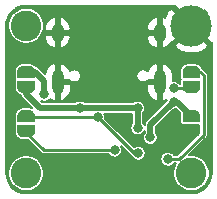
<source format=gbl>
G04 #@! TF.GenerationSoftware,KiCad,Pcbnew,(5.1.10-1-10_14)*
G04 #@! TF.CreationDate,2021-11-29T20:50:22+01:00*
G04 #@! TF.ProjectId,Unified-Daughterboard,556e6966-6965-4642-9d44-617567687465,C3*
G04 #@! TF.SameCoordinates,Original*
G04 #@! TF.FileFunction,Copper,L2,Bot*
G04 #@! TF.FilePolarity,Positive*
%FSLAX46Y46*%
G04 Gerber Fmt 4.6, Leading zero omitted, Abs format (unit mm)*
G04 Created by KiCad (PCBNEW (5.1.10-1-10_14)) date 2021-11-29 20:50:22*
%MOMM*%
%LPD*%
G01*
G04 APERTURE LIST*
G04 #@! TA.AperFunction,ComponentPad*
%ADD10C,2.600000*%
G04 #@! TD*
G04 #@! TA.AperFunction,ComponentPad*
%ADD11C,3.500000*%
G04 #@! TD*
G04 #@! TA.AperFunction,ComponentPad*
%ADD12O,1.000000X1.600000*%
G04 #@! TD*
G04 #@! TA.AperFunction,ComponentPad*
%ADD13O,1.000000X2.100000*%
G04 #@! TD*
G04 #@! TA.AperFunction,SMDPad,CuDef*
%ADD14C,0.100000*%
G04 #@! TD*
G04 #@! TA.AperFunction,ViaPad*
%ADD15C,0.800000*%
G04 #@! TD*
G04 #@! TA.AperFunction,Conductor*
%ADD16C,0.508000*%
G04 #@! TD*
G04 #@! TA.AperFunction,Conductor*
%ADD17C,0.254000*%
G04 #@! TD*
G04 #@! TA.AperFunction,Conductor*
%ADD18C,0.152400*%
G04 #@! TD*
G04 #@! TA.AperFunction,Conductor*
%ADD19C,0.100000*%
G04 #@! TD*
G04 APERTURE END LIST*
D10*
X82004500Y-71043000D03*
X68004500Y-71043000D03*
D11*
X82004500Y-58543000D03*
D10*
X68004500Y-58543000D03*
D12*
X70677500Y-59143000D03*
X79317500Y-59143000D03*
D13*
X79317500Y-63323000D03*
X70677500Y-63323000D03*
G04 #@! TA.AperFunction,SMDPad,CuDef*
D14*
G36*
X81252500Y-62943000D02*
G01*
X81252500Y-62443000D01*
X81253102Y-62443000D01*
X81253102Y-62418466D01*
X81257912Y-62369635D01*
X81267484Y-62321510D01*
X81281728Y-62274555D01*
X81300505Y-62229222D01*
X81323636Y-62185949D01*
X81350896Y-62145150D01*
X81382024Y-62107221D01*
X81416721Y-62072524D01*
X81454650Y-62041396D01*
X81495449Y-62014136D01*
X81538722Y-61991005D01*
X81584055Y-61972228D01*
X81631010Y-61957984D01*
X81679135Y-61948412D01*
X81727966Y-61943602D01*
X81752500Y-61943602D01*
X81752500Y-61943000D01*
X82252500Y-61943000D01*
X82252500Y-61943602D01*
X82277034Y-61943602D01*
X82325865Y-61948412D01*
X82373990Y-61957984D01*
X82420945Y-61972228D01*
X82466278Y-61991005D01*
X82509551Y-62014136D01*
X82550350Y-62041396D01*
X82588279Y-62072524D01*
X82622976Y-62107221D01*
X82654104Y-62145150D01*
X82681364Y-62185949D01*
X82704495Y-62229222D01*
X82723272Y-62274555D01*
X82737516Y-62321510D01*
X82747088Y-62369635D01*
X82751898Y-62418466D01*
X82751898Y-62443000D01*
X82752500Y-62443000D01*
X82752500Y-62943000D01*
X81252500Y-62943000D01*
G37*
G04 #@! TD.AperFunction*
G04 #@! TA.AperFunction,SMDPad,CuDef*
G36*
X82751898Y-63743000D02*
G01*
X82751898Y-63767534D01*
X82747088Y-63816365D01*
X82737516Y-63864490D01*
X82723272Y-63911445D01*
X82704495Y-63956778D01*
X82681364Y-64000051D01*
X82654104Y-64040850D01*
X82622976Y-64078779D01*
X82588279Y-64113476D01*
X82550350Y-64144604D01*
X82509551Y-64171864D01*
X82466278Y-64194995D01*
X82420945Y-64213772D01*
X82373990Y-64228016D01*
X82325865Y-64237588D01*
X82277034Y-64242398D01*
X82252500Y-64242398D01*
X82252500Y-64243000D01*
X81752500Y-64243000D01*
X81752500Y-64242398D01*
X81727966Y-64242398D01*
X81679135Y-64237588D01*
X81631010Y-64228016D01*
X81584055Y-64213772D01*
X81538722Y-64194995D01*
X81495449Y-64171864D01*
X81454650Y-64144604D01*
X81416721Y-64113476D01*
X81382024Y-64078779D01*
X81350896Y-64040850D01*
X81323636Y-64000051D01*
X81300505Y-63956778D01*
X81281728Y-63911445D01*
X81267484Y-63864490D01*
X81257912Y-63816365D01*
X81253102Y-63767534D01*
X81253102Y-63743000D01*
X81252500Y-63743000D01*
X81252500Y-63243000D01*
X82752500Y-63243000D01*
X82752500Y-63743000D01*
X82751898Y-63743000D01*
G37*
G04 #@! TD.AperFunction*
G04 #@! TA.AperFunction,SMDPad,CuDef*
G36*
X67253102Y-66193000D02*
G01*
X67253102Y-66168466D01*
X67257912Y-66119635D01*
X67267484Y-66071510D01*
X67281728Y-66024555D01*
X67300505Y-65979222D01*
X67323636Y-65935949D01*
X67350896Y-65895150D01*
X67382024Y-65857221D01*
X67416721Y-65822524D01*
X67454650Y-65791396D01*
X67495449Y-65764136D01*
X67538722Y-65741005D01*
X67584055Y-65722228D01*
X67631010Y-65707984D01*
X67679135Y-65698412D01*
X67727966Y-65693602D01*
X67752500Y-65693602D01*
X67752500Y-65693000D01*
X68252500Y-65693000D01*
X68252500Y-65693602D01*
X68277034Y-65693602D01*
X68325865Y-65698412D01*
X68373990Y-65707984D01*
X68420945Y-65722228D01*
X68466278Y-65741005D01*
X68509551Y-65764136D01*
X68550350Y-65791396D01*
X68588279Y-65822524D01*
X68622976Y-65857221D01*
X68654104Y-65895150D01*
X68681364Y-65935949D01*
X68704495Y-65979222D01*
X68723272Y-66024555D01*
X68737516Y-66071510D01*
X68747088Y-66119635D01*
X68751898Y-66168466D01*
X68751898Y-66193000D01*
X68752500Y-66193000D01*
X68752500Y-66693000D01*
X67252500Y-66693000D01*
X67252500Y-66193000D01*
X67253102Y-66193000D01*
G37*
G04 #@! TD.AperFunction*
G04 #@! TA.AperFunction,SMDPad,CuDef*
G36*
X68752500Y-66993000D02*
G01*
X68752500Y-67493000D01*
X68751898Y-67493000D01*
X68751898Y-67517534D01*
X68747088Y-67566365D01*
X68737516Y-67614490D01*
X68723272Y-67661445D01*
X68704495Y-67706778D01*
X68681364Y-67750051D01*
X68654104Y-67790850D01*
X68622976Y-67828779D01*
X68588279Y-67863476D01*
X68550350Y-67894604D01*
X68509551Y-67921864D01*
X68466278Y-67944995D01*
X68420945Y-67963772D01*
X68373990Y-67978016D01*
X68325865Y-67987588D01*
X68277034Y-67992398D01*
X68252500Y-67992398D01*
X68252500Y-67993000D01*
X67752500Y-67993000D01*
X67752500Y-67992398D01*
X67727966Y-67992398D01*
X67679135Y-67987588D01*
X67631010Y-67978016D01*
X67584055Y-67963772D01*
X67538722Y-67944995D01*
X67495449Y-67921864D01*
X67454650Y-67894604D01*
X67416721Y-67863476D01*
X67382024Y-67828779D01*
X67350896Y-67790850D01*
X67323636Y-67750051D01*
X67300505Y-67706778D01*
X67281728Y-67661445D01*
X67267484Y-67614490D01*
X67257912Y-67566365D01*
X67253102Y-67517534D01*
X67253102Y-67493000D01*
X67252500Y-67493000D01*
X67252500Y-66993000D01*
X68752500Y-66993000D01*
G37*
G04 #@! TD.AperFunction*
G04 #@! TA.AperFunction,SMDPad,CuDef*
G36*
X68752500Y-63243000D02*
G01*
X68752500Y-63743000D01*
X68751898Y-63743000D01*
X68751898Y-63767534D01*
X68747088Y-63816365D01*
X68737516Y-63864490D01*
X68723272Y-63911445D01*
X68704495Y-63956778D01*
X68681364Y-64000051D01*
X68654104Y-64040850D01*
X68622976Y-64078779D01*
X68588279Y-64113476D01*
X68550350Y-64144604D01*
X68509551Y-64171864D01*
X68466278Y-64194995D01*
X68420945Y-64213772D01*
X68373990Y-64228016D01*
X68325865Y-64237588D01*
X68277034Y-64242398D01*
X68252500Y-64242398D01*
X68252500Y-64243000D01*
X67752500Y-64243000D01*
X67752500Y-64242398D01*
X67727966Y-64242398D01*
X67679135Y-64237588D01*
X67631010Y-64228016D01*
X67584055Y-64213772D01*
X67538722Y-64194995D01*
X67495449Y-64171864D01*
X67454650Y-64144604D01*
X67416721Y-64113476D01*
X67382024Y-64078779D01*
X67350896Y-64040850D01*
X67323636Y-64000051D01*
X67300505Y-63956778D01*
X67281728Y-63911445D01*
X67267484Y-63864490D01*
X67257912Y-63816365D01*
X67253102Y-63767534D01*
X67253102Y-63743000D01*
X67252500Y-63743000D01*
X67252500Y-63243000D01*
X68752500Y-63243000D01*
G37*
G04 #@! TD.AperFunction*
G04 #@! TA.AperFunction,SMDPad,CuDef*
G36*
X67253102Y-62443000D02*
G01*
X67253102Y-62418466D01*
X67257912Y-62369635D01*
X67267484Y-62321510D01*
X67281728Y-62274555D01*
X67300505Y-62229222D01*
X67323636Y-62185949D01*
X67350896Y-62145150D01*
X67382024Y-62107221D01*
X67416721Y-62072524D01*
X67454650Y-62041396D01*
X67495449Y-62014136D01*
X67538722Y-61991005D01*
X67584055Y-61972228D01*
X67631010Y-61957984D01*
X67679135Y-61948412D01*
X67727966Y-61943602D01*
X67752500Y-61943602D01*
X67752500Y-61943000D01*
X68252500Y-61943000D01*
X68252500Y-61943602D01*
X68277034Y-61943602D01*
X68325865Y-61948412D01*
X68373990Y-61957984D01*
X68420945Y-61972228D01*
X68466278Y-61991005D01*
X68509551Y-62014136D01*
X68550350Y-62041396D01*
X68588279Y-62072524D01*
X68622976Y-62107221D01*
X68654104Y-62145150D01*
X68681364Y-62185949D01*
X68704495Y-62229222D01*
X68723272Y-62274555D01*
X68737516Y-62321510D01*
X68747088Y-62369635D01*
X68751898Y-62418466D01*
X68751898Y-62443000D01*
X68752500Y-62443000D01*
X68752500Y-62943000D01*
X67252500Y-62943000D01*
X67252500Y-62443000D01*
X67253102Y-62443000D01*
G37*
G04 #@! TD.AperFunction*
G04 #@! TA.AperFunction,SMDPad,CuDef*
G36*
X81253102Y-66193000D02*
G01*
X81253102Y-66168466D01*
X81257912Y-66119635D01*
X81267484Y-66071510D01*
X81281728Y-66024555D01*
X81300505Y-65979222D01*
X81323636Y-65935949D01*
X81350896Y-65895150D01*
X81382024Y-65857221D01*
X81416721Y-65822524D01*
X81454650Y-65791396D01*
X81495449Y-65764136D01*
X81538722Y-65741005D01*
X81584055Y-65722228D01*
X81631010Y-65707984D01*
X81679135Y-65698412D01*
X81727966Y-65693602D01*
X81752500Y-65693602D01*
X81752500Y-65693000D01*
X82252500Y-65693000D01*
X82252500Y-65693602D01*
X82277034Y-65693602D01*
X82325865Y-65698412D01*
X82373990Y-65707984D01*
X82420945Y-65722228D01*
X82466278Y-65741005D01*
X82509551Y-65764136D01*
X82550350Y-65791396D01*
X82588279Y-65822524D01*
X82622976Y-65857221D01*
X82654104Y-65895150D01*
X82681364Y-65935949D01*
X82704495Y-65979222D01*
X82723272Y-66024555D01*
X82737516Y-66071510D01*
X82747088Y-66119635D01*
X82751898Y-66168466D01*
X82751898Y-66193000D01*
X82752500Y-66193000D01*
X82752500Y-66693000D01*
X81252500Y-66693000D01*
X81252500Y-66193000D01*
X81253102Y-66193000D01*
G37*
G04 #@! TD.AperFunction*
G04 #@! TA.AperFunction,SMDPad,CuDef*
G36*
X82752500Y-66993000D02*
G01*
X82752500Y-67493000D01*
X82751898Y-67493000D01*
X82751898Y-67517534D01*
X82747088Y-67566365D01*
X82737516Y-67614490D01*
X82723272Y-67661445D01*
X82704495Y-67706778D01*
X82681364Y-67750051D01*
X82654104Y-67790850D01*
X82622976Y-67828779D01*
X82588279Y-67863476D01*
X82550350Y-67894604D01*
X82509551Y-67921864D01*
X82466278Y-67944995D01*
X82420945Y-67963772D01*
X82373990Y-67978016D01*
X82325865Y-67987588D01*
X82277034Y-67992398D01*
X82252500Y-67992398D01*
X82252500Y-67993000D01*
X81752500Y-67993000D01*
X81752500Y-67992398D01*
X81727966Y-67992398D01*
X81679135Y-67987588D01*
X81631010Y-67978016D01*
X81584055Y-67963772D01*
X81538722Y-67944995D01*
X81495449Y-67921864D01*
X81454650Y-67894604D01*
X81416721Y-67863476D01*
X81382024Y-67828779D01*
X81350896Y-67790850D01*
X81323636Y-67750051D01*
X81300505Y-67706778D01*
X81281728Y-67661445D01*
X81267484Y-67614490D01*
X81257912Y-67566365D01*
X81253102Y-67517534D01*
X81253102Y-67493000D01*
X81252500Y-67493000D01*
X81252500Y-66993000D01*
X82752500Y-66993000D01*
G37*
G04 #@! TD.AperFunction*
D15*
X80502504Y-64967998D03*
X78511604Y-68009588D03*
X69502500Y-64343000D03*
X81309534Y-67268000D03*
X72252500Y-69843000D03*
X72552500Y-65518000D03*
X77447445Y-65514155D03*
X77452500Y-67203178D03*
X74077500Y-66299000D03*
X77502500Y-69343000D03*
X80502500Y-63843000D03*
X80002500Y-69843000D03*
X75502504Y-69092996D03*
D16*
X80777498Y-64967998D02*
X80502504Y-64967998D01*
X82002500Y-66193000D02*
X80777498Y-64967998D01*
X80502504Y-64967998D02*
X78511604Y-66958898D01*
X78511604Y-66958898D02*
X78511604Y-68009588D01*
X68002500Y-62443000D02*
X68750092Y-62443000D01*
X68750092Y-62443000D02*
X69502500Y-63195408D01*
X69502500Y-63195408D02*
X69502500Y-64343000D01*
X79317500Y-62678000D02*
X79322500Y-62673000D01*
X79317500Y-63323000D02*
X79317500Y-62678000D01*
D17*
X81534534Y-67493000D02*
X81309534Y-67268000D01*
X82002500Y-67493000D02*
X81534534Y-67493000D01*
D16*
X68002500Y-64343000D02*
X68002500Y-63743000D01*
X69177500Y-65518000D02*
X68002500Y-64343000D01*
X72552500Y-65518000D02*
X69177500Y-65518000D01*
X77452500Y-67203178D02*
X77452500Y-65519210D01*
X77452500Y-65519210D02*
X77447445Y-65514155D01*
X77443600Y-65518000D02*
X77447445Y-65514155D01*
X72552500Y-65518000D02*
X77443600Y-65518000D01*
D17*
X68108500Y-66299000D02*
X68002500Y-66193000D01*
X74077500Y-66299000D02*
X68108500Y-66299000D01*
X77121500Y-69343000D02*
X77502500Y-69343000D01*
X74077500Y-66299000D02*
X77121500Y-69343000D01*
X81902500Y-63843000D02*
X82002500Y-63743000D01*
X80502500Y-63843000D02*
X81902500Y-63843000D01*
X83031910Y-62724818D02*
X83031910Y-67776518D01*
X82002500Y-62443000D02*
X82750092Y-62443000D01*
X82750092Y-62443000D02*
X83031910Y-62724818D01*
X83031910Y-67776518D02*
X80965428Y-69843000D01*
X80965428Y-69843000D02*
X80002500Y-69843000D01*
X69502500Y-69093000D02*
X75502500Y-69093000D01*
X68002500Y-67593000D02*
X69502500Y-69093000D01*
X75502500Y-69093000D02*
X75502504Y-69092996D01*
X68002500Y-67493000D02*
X68002500Y-67593000D01*
D18*
X80580072Y-56867124D02*
X82004500Y-58291553D01*
X83064929Y-57231123D01*
X83198814Y-57340317D01*
X83316443Y-57482505D01*
X82255947Y-58543000D01*
X83680376Y-59967428D01*
X83700900Y-59955039D01*
X83700901Y-71028142D01*
X83667164Y-71372219D01*
X83571554Y-71688893D01*
X83416253Y-71980969D01*
X83207183Y-72237314D01*
X82952298Y-72448174D01*
X82661318Y-72605506D01*
X82345315Y-72703325D01*
X82002084Y-72739400D01*
X68019348Y-72739400D01*
X67675281Y-72705664D01*
X67358607Y-72610054D01*
X67066531Y-72454753D01*
X66810186Y-72245683D01*
X66599326Y-71990798D01*
X66441994Y-71699818D01*
X66344175Y-71383815D01*
X66308100Y-71040584D01*
X66308100Y-70892446D01*
X66475900Y-70892446D01*
X66475900Y-71193554D01*
X66534643Y-71488876D01*
X66649872Y-71767064D01*
X66817159Y-72017426D01*
X67030074Y-72230341D01*
X67280436Y-72397628D01*
X67558624Y-72512857D01*
X67853946Y-72571600D01*
X68155054Y-72571600D01*
X68450376Y-72512857D01*
X68728564Y-72397628D01*
X68978926Y-72230341D01*
X69191841Y-72017426D01*
X69359128Y-71767064D01*
X69474357Y-71488876D01*
X69533100Y-71193554D01*
X69533100Y-70892446D01*
X69474357Y-70597124D01*
X69359128Y-70318936D01*
X69191841Y-70068574D01*
X68978926Y-69855659D01*
X68728564Y-69688372D01*
X68450376Y-69573143D01*
X68155054Y-69514400D01*
X67853946Y-69514400D01*
X67558624Y-69573143D01*
X67280436Y-69688372D01*
X67030074Y-69855659D01*
X66817159Y-70068574D01*
X66649872Y-70318936D01*
X66534643Y-70597124D01*
X66475900Y-70892446D01*
X66308100Y-70892446D01*
X66308100Y-62443000D01*
X67022794Y-62443000D01*
X67022794Y-62943000D01*
X67027208Y-62987813D01*
X67040279Y-63030905D01*
X67061506Y-63070618D01*
X67079874Y-63093000D01*
X67061506Y-63115382D01*
X67040279Y-63155095D01*
X67027208Y-63198187D01*
X67022794Y-63243000D01*
X67022794Y-63743000D01*
X67025202Y-63767447D01*
X67025202Y-63792009D01*
X67029616Y-63836822D01*
X67048738Y-63932955D01*
X67061809Y-63976046D01*
X67099318Y-64066602D01*
X67120546Y-64106316D01*
X67175002Y-64187815D01*
X67203568Y-64222624D01*
X67272876Y-64291932D01*
X67307685Y-64320498D01*
X67389184Y-64374954D01*
X67428898Y-64396182D01*
X67519454Y-64433691D01*
X67526714Y-64435893D01*
X67526883Y-64437605D01*
X67554478Y-64528576D01*
X67599291Y-64612415D01*
X67659599Y-64685901D01*
X67678018Y-64701017D01*
X68476594Y-65499593D01*
X68442455Y-65489238D01*
X68346322Y-65470116D01*
X68301509Y-65465702D01*
X68276947Y-65465702D01*
X68252500Y-65463294D01*
X67752500Y-65463294D01*
X67728053Y-65465702D01*
X67703491Y-65465702D01*
X67658678Y-65470116D01*
X67562545Y-65489238D01*
X67519454Y-65502309D01*
X67428898Y-65539818D01*
X67389184Y-65561046D01*
X67307685Y-65615502D01*
X67272876Y-65644068D01*
X67203568Y-65713376D01*
X67175002Y-65748185D01*
X67120546Y-65829684D01*
X67099318Y-65869398D01*
X67061809Y-65959954D01*
X67048738Y-66003045D01*
X67029616Y-66099178D01*
X67025202Y-66143991D01*
X67025202Y-66168553D01*
X67022794Y-66193000D01*
X67022794Y-66693000D01*
X67027208Y-66737813D01*
X67040279Y-66780905D01*
X67061506Y-66820618D01*
X67079874Y-66843000D01*
X67061506Y-66865382D01*
X67040279Y-66905095D01*
X67027208Y-66948187D01*
X67022794Y-66993000D01*
X67022794Y-67493000D01*
X67025202Y-67517447D01*
X67025202Y-67542009D01*
X67029616Y-67586822D01*
X67048738Y-67682955D01*
X67061809Y-67726046D01*
X67099318Y-67816602D01*
X67120546Y-67856316D01*
X67175002Y-67937815D01*
X67203568Y-67972624D01*
X67272876Y-68041932D01*
X67307685Y-68070498D01*
X67389184Y-68124954D01*
X67428898Y-68146182D01*
X67519454Y-68183691D01*
X67562545Y-68196762D01*
X67658678Y-68215884D01*
X67703491Y-68220298D01*
X67728053Y-68220298D01*
X67752500Y-68222706D01*
X68129312Y-68222706D01*
X69238710Y-69332105D01*
X69249837Y-69345663D01*
X69263395Y-69356790D01*
X69263400Y-69356795D01*
X69297578Y-69384844D01*
X69303984Y-69390101D01*
X69365760Y-69423121D01*
X69432790Y-69443454D01*
X69485037Y-69448600D01*
X69485046Y-69448600D01*
X69502499Y-69450319D01*
X69519952Y-69448600D01*
X74984100Y-69448600D01*
X75014238Y-69493705D01*
X75101795Y-69581262D01*
X75204750Y-69650055D01*
X75319148Y-69697440D01*
X75440592Y-69721596D01*
X75564416Y-69721596D01*
X75685860Y-69697440D01*
X75800258Y-69650055D01*
X75903213Y-69581262D01*
X75990770Y-69493705D01*
X76059563Y-69390750D01*
X76106948Y-69276352D01*
X76131104Y-69154908D01*
X76131104Y-69031084D01*
X76106948Y-68909640D01*
X76059563Y-68795242D01*
X76036839Y-68761233D01*
X76857710Y-69582105D01*
X76868837Y-69595663D01*
X76882395Y-69606790D01*
X76882400Y-69606795D01*
X76916578Y-69634844D01*
X76922984Y-69640101D01*
X76957239Y-69658411D01*
X77014234Y-69743709D01*
X77101791Y-69831266D01*
X77204746Y-69900059D01*
X77319144Y-69947444D01*
X77440588Y-69971600D01*
X77564412Y-69971600D01*
X77685856Y-69947444D01*
X77800254Y-69900059D01*
X77903209Y-69831266D01*
X77990766Y-69743709D01*
X78059559Y-69640754D01*
X78106944Y-69526356D01*
X78131100Y-69404912D01*
X78131100Y-69281088D01*
X78106944Y-69159644D01*
X78059559Y-69045246D01*
X77990766Y-68942291D01*
X77903209Y-68854734D01*
X77800254Y-68785941D01*
X77685856Y-68738556D01*
X77564412Y-68714400D01*
X77440588Y-68714400D01*
X77319144Y-68738556D01*
X77204746Y-68785941D01*
X77122375Y-68840980D01*
X74695516Y-66414123D01*
X74706100Y-66360912D01*
X74706100Y-66237088D01*
X74681944Y-66115644D01*
X74634559Y-66001246D01*
X74634127Y-66000600D01*
X76969901Y-66000600D01*
X76969900Y-66796803D01*
X76964234Y-66802469D01*
X76895441Y-66905424D01*
X76848056Y-67019822D01*
X76823900Y-67141266D01*
X76823900Y-67265090D01*
X76848056Y-67386534D01*
X76895441Y-67500932D01*
X76964234Y-67603887D01*
X77051791Y-67691444D01*
X77154746Y-67760237D01*
X77269144Y-67807622D01*
X77390588Y-67831778D01*
X77514412Y-67831778D01*
X77635856Y-67807622D01*
X77750254Y-67760237D01*
X77853209Y-67691444D01*
X77940766Y-67603887D01*
X78009559Y-67500932D01*
X78029004Y-67453986D01*
X78029005Y-67603212D01*
X78023338Y-67608879D01*
X77954545Y-67711834D01*
X77907160Y-67826232D01*
X77883004Y-67947676D01*
X77883004Y-68071500D01*
X77907160Y-68192944D01*
X77954545Y-68307342D01*
X78023338Y-68410297D01*
X78110895Y-68497854D01*
X78213850Y-68566647D01*
X78328248Y-68614032D01*
X78449692Y-68638188D01*
X78573516Y-68638188D01*
X78694960Y-68614032D01*
X78809358Y-68566647D01*
X78912313Y-68497854D01*
X78999870Y-68410297D01*
X79068663Y-68307342D01*
X79116048Y-68192944D01*
X79140204Y-68071500D01*
X79140204Y-67947676D01*
X79116048Y-67826232D01*
X79068663Y-67711834D01*
X78999870Y-67608879D01*
X78994204Y-67603213D01*
X78994204Y-67158797D01*
X80556404Y-65596598D01*
X80564416Y-65596598D01*
X80685860Y-65572442D01*
X80695465Y-65568464D01*
X81069174Y-65942173D01*
X81061809Y-65959954D01*
X81048738Y-66003045D01*
X81029616Y-66099178D01*
X81025202Y-66143991D01*
X81025202Y-66168553D01*
X81022794Y-66193000D01*
X81022794Y-66693000D01*
X81027208Y-66737813D01*
X81040279Y-66780905D01*
X81061506Y-66820618D01*
X81090073Y-66855427D01*
X81124882Y-66883994D01*
X81164595Y-66905221D01*
X81207687Y-66918292D01*
X81252500Y-66922706D01*
X82676311Y-66922706D01*
X82676311Y-67629223D01*
X80818135Y-69487400D01*
X80520907Y-69487400D01*
X80490766Y-69442291D01*
X80403209Y-69354734D01*
X80300254Y-69285941D01*
X80185856Y-69238556D01*
X80064412Y-69214400D01*
X79940588Y-69214400D01*
X79819144Y-69238556D01*
X79704746Y-69285941D01*
X79601791Y-69354734D01*
X79514234Y-69442291D01*
X79445441Y-69545246D01*
X79398056Y-69659644D01*
X79373900Y-69781088D01*
X79373900Y-69904912D01*
X79398056Y-70026356D01*
X79445441Y-70140754D01*
X79514234Y-70243709D01*
X79601791Y-70331266D01*
X79704746Y-70400059D01*
X79819144Y-70447444D01*
X79940588Y-70471600D01*
X80064412Y-70471600D01*
X80185856Y-70447444D01*
X80300254Y-70400059D01*
X80403209Y-70331266D01*
X80490766Y-70243709D01*
X80520907Y-70198600D01*
X80730278Y-70198600D01*
X80649872Y-70318936D01*
X80534643Y-70597124D01*
X80475900Y-70892446D01*
X80475900Y-71193554D01*
X80534643Y-71488876D01*
X80649872Y-71767064D01*
X80817159Y-72017426D01*
X81030074Y-72230341D01*
X81280436Y-72397628D01*
X81558624Y-72512857D01*
X81853946Y-72571600D01*
X82155054Y-72571600D01*
X82450376Y-72512857D01*
X82728564Y-72397628D01*
X82978926Y-72230341D01*
X83191841Y-72017426D01*
X83359128Y-71767064D01*
X83474357Y-71488876D01*
X83533100Y-71193554D01*
X83533100Y-70892446D01*
X83474357Y-70597124D01*
X83359128Y-70318936D01*
X83191841Y-70068574D01*
X82978926Y-69855659D01*
X82728564Y-69688372D01*
X82450376Y-69573143D01*
X82155054Y-69514400D01*
X81853946Y-69514400D01*
X81782762Y-69528559D01*
X83271010Y-68040312D01*
X83284573Y-68029181D01*
X83329011Y-67975034D01*
X83362031Y-67913258D01*
X83382364Y-67846228D01*
X83387510Y-67793981D01*
X83387510Y-67793974D01*
X83389229Y-67776518D01*
X83387510Y-67759063D01*
X83387510Y-62742273D01*
X83389229Y-62724818D01*
X83387510Y-62707362D01*
X83387510Y-62707355D01*
X83382364Y-62655108D01*
X83362031Y-62588078D01*
X83329011Y-62526302D01*
X83311348Y-62504780D01*
X83295705Y-62485719D01*
X83295700Y-62485714D01*
X83284572Y-62472155D01*
X83271014Y-62461028D01*
X83013890Y-62203905D01*
X83002755Y-62190337D01*
X82948608Y-62145899D01*
X82907574Y-62123966D01*
X82905682Y-62119398D01*
X82884454Y-62079684D01*
X82829998Y-61998185D01*
X82801432Y-61963376D01*
X82732124Y-61894068D01*
X82697315Y-61865502D01*
X82615816Y-61811046D01*
X82576102Y-61789818D01*
X82485546Y-61752309D01*
X82442455Y-61739238D01*
X82346322Y-61720116D01*
X82301509Y-61715702D01*
X82276947Y-61715702D01*
X82252500Y-61713294D01*
X81752500Y-61713294D01*
X81728053Y-61715702D01*
X81703491Y-61715702D01*
X81658678Y-61720116D01*
X81562545Y-61739238D01*
X81519454Y-61752309D01*
X81428898Y-61789818D01*
X81389184Y-61811046D01*
X81307685Y-61865502D01*
X81272876Y-61894068D01*
X81203568Y-61963376D01*
X81175002Y-61998185D01*
X81120546Y-62079684D01*
X81099318Y-62119398D01*
X81061809Y-62209954D01*
X81048738Y-62253045D01*
X81029616Y-62349178D01*
X81025202Y-62393991D01*
X81025202Y-62418553D01*
X81022794Y-62443000D01*
X81022794Y-62943000D01*
X81027208Y-62987813D01*
X81040279Y-63030905D01*
X81061506Y-63070618D01*
X81079874Y-63093000D01*
X81061506Y-63115382D01*
X81040279Y-63155095D01*
X81027208Y-63198187D01*
X81022794Y-63243000D01*
X81022794Y-63487400D01*
X81020907Y-63487400D01*
X80990766Y-63442291D01*
X80903209Y-63354734D01*
X80800254Y-63285941D01*
X80685856Y-63238556D01*
X80564412Y-63214400D01*
X80440588Y-63214400D01*
X80401700Y-63222135D01*
X80401700Y-62595200D01*
X80346180Y-62387099D01*
X80251129Y-62193828D01*
X80120199Y-62022815D01*
X79958422Y-61880631D01*
X79772014Y-61772740D01*
X79660421Y-61744460D01*
X79495300Y-61851853D01*
X79495300Y-63145200D01*
X79515300Y-63145200D01*
X79515300Y-63500800D01*
X79495300Y-63500800D01*
X79495300Y-64794147D01*
X79660421Y-64901540D01*
X79772014Y-64873260D01*
X79894539Y-64802344D01*
X79873904Y-64906086D01*
X79873904Y-64914098D01*
X78187122Y-66600881D01*
X78168703Y-66615997D01*
X78108395Y-66689483D01*
X78063582Y-66773322D01*
X78035987Y-66864293D01*
X78031956Y-66905221D01*
X78027637Y-66949069D01*
X78009559Y-66905424D01*
X77940766Y-66802469D01*
X77935100Y-66796803D01*
X77935100Y-65915475D01*
X77935711Y-65914864D01*
X78004504Y-65811909D01*
X78051889Y-65697511D01*
X78076045Y-65576067D01*
X78076045Y-65452243D01*
X78051889Y-65330799D01*
X78004504Y-65216401D01*
X77935711Y-65113446D01*
X77848154Y-65025889D01*
X77745199Y-64957096D01*
X77630801Y-64909711D01*
X77509357Y-64885555D01*
X77385533Y-64885555D01*
X77264089Y-64909711D01*
X77149691Y-64957096D01*
X77046736Y-65025889D01*
X77037225Y-65035400D01*
X72958875Y-65035400D01*
X72953209Y-65029734D01*
X72850254Y-64960941D01*
X72735856Y-64913556D01*
X72614412Y-64889400D01*
X72490588Y-64889400D01*
X72369144Y-64913556D01*
X72254746Y-64960941D01*
X72151791Y-65029734D01*
X72146125Y-65035400D01*
X69377400Y-65035400D01*
X69268443Y-64926443D01*
X69319144Y-64947444D01*
X69440588Y-64971600D01*
X69564412Y-64971600D01*
X69685856Y-64947444D01*
X69800254Y-64900059D01*
X69903209Y-64831266D01*
X69990766Y-64743709D01*
X69998598Y-64731988D01*
X70036578Y-64765369D01*
X70222986Y-64873260D01*
X70334579Y-64901540D01*
X70499700Y-64794147D01*
X70499700Y-63500800D01*
X70855300Y-63500800D01*
X70855300Y-64794147D01*
X71020421Y-64901540D01*
X71132014Y-64873260D01*
X71318422Y-64765369D01*
X71480199Y-64623185D01*
X71611129Y-64452172D01*
X71706180Y-64258901D01*
X71761700Y-64050800D01*
X71761700Y-63500800D01*
X78233300Y-63500800D01*
X78233300Y-64050800D01*
X78288820Y-64258901D01*
X78383871Y-64452172D01*
X78514801Y-64623185D01*
X78676578Y-64765369D01*
X78862986Y-64873260D01*
X78974579Y-64901540D01*
X79139700Y-64794147D01*
X79139700Y-63500800D01*
X78233300Y-63500800D01*
X71761700Y-63500800D01*
X70855300Y-63500800D01*
X70499700Y-63500800D01*
X70479700Y-63500800D01*
X70479700Y-63145200D01*
X70499700Y-63145200D01*
X70499700Y-61851853D01*
X70855300Y-61851853D01*
X70855300Y-63145200D01*
X71677023Y-63145200D01*
X71677491Y-63145900D01*
X71754600Y-63223009D01*
X71845272Y-63283594D01*
X71946021Y-63325326D01*
X72052975Y-63346600D01*
X72162025Y-63346600D01*
X72268979Y-63325326D01*
X72369728Y-63283594D01*
X72460400Y-63223009D01*
X72537509Y-63145900D01*
X72598094Y-63055228D01*
X72639826Y-62954479D01*
X72661100Y-62847525D01*
X72661100Y-62738475D01*
X77333900Y-62738475D01*
X77333900Y-62847525D01*
X77355174Y-62954479D01*
X77396906Y-63055228D01*
X77457491Y-63145900D01*
X77534600Y-63223009D01*
X77625272Y-63283594D01*
X77726021Y-63325326D01*
X77832975Y-63346600D01*
X77942025Y-63346600D01*
X78048979Y-63325326D01*
X78149728Y-63283594D01*
X78240400Y-63223009D01*
X78317509Y-63145900D01*
X78317977Y-63145200D01*
X79139700Y-63145200D01*
X79139700Y-61851853D01*
X78974579Y-61744460D01*
X78862986Y-61772740D01*
X78676578Y-61880631D01*
X78514801Y-62022815D01*
X78383871Y-62193828D01*
X78288820Y-62387099D01*
X78283700Y-62406291D01*
X78240400Y-62362991D01*
X78149728Y-62302406D01*
X78048979Y-62260674D01*
X77942025Y-62239400D01*
X77832975Y-62239400D01*
X77726021Y-62260674D01*
X77625272Y-62302406D01*
X77534600Y-62362991D01*
X77457491Y-62440100D01*
X77396906Y-62530772D01*
X77355174Y-62631521D01*
X77333900Y-62738475D01*
X72661100Y-62738475D01*
X72639826Y-62631521D01*
X72598094Y-62530772D01*
X72537509Y-62440100D01*
X72460400Y-62362991D01*
X72369728Y-62302406D01*
X72268979Y-62260674D01*
X72162025Y-62239400D01*
X72052975Y-62239400D01*
X71946021Y-62260674D01*
X71845272Y-62302406D01*
X71754600Y-62362991D01*
X71711300Y-62406291D01*
X71706180Y-62387099D01*
X71611129Y-62193828D01*
X71480199Y-62022815D01*
X71318422Y-61880631D01*
X71132014Y-61772740D01*
X71020421Y-61744460D01*
X70855300Y-61851853D01*
X70499700Y-61851853D01*
X70334579Y-61744460D01*
X70222986Y-61772740D01*
X70036578Y-61880631D01*
X69874801Y-62022815D01*
X69743871Y-62193828D01*
X69648820Y-62387099D01*
X69593300Y-62595200D01*
X69593300Y-62603708D01*
X69108109Y-62118518D01*
X69092993Y-62100099D01*
X69019507Y-62039791D01*
X68935669Y-61994978D01*
X68844698Y-61967383D01*
X68801150Y-61963094D01*
X68732124Y-61894068D01*
X68697315Y-61865502D01*
X68615816Y-61811046D01*
X68576102Y-61789818D01*
X68485546Y-61752309D01*
X68442455Y-61739238D01*
X68346322Y-61720116D01*
X68301509Y-61715702D01*
X68276947Y-61715702D01*
X68252500Y-61713294D01*
X67752500Y-61713294D01*
X67728053Y-61715702D01*
X67703491Y-61715702D01*
X67658678Y-61720116D01*
X67562545Y-61739238D01*
X67519454Y-61752309D01*
X67428898Y-61789818D01*
X67389184Y-61811046D01*
X67307685Y-61865502D01*
X67272876Y-61894068D01*
X67203568Y-61963376D01*
X67175002Y-61998185D01*
X67120546Y-62079684D01*
X67099318Y-62119398D01*
X67061809Y-62209954D01*
X67048738Y-62253045D01*
X67029616Y-62349178D01*
X67025202Y-62393991D01*
X67025202Y-62418553D01*
X67022794Y-62443000D01*
X66308100Y-62443000D01*
X66308100Y-58557848D01*
X66324317Y-58392446D01*
X66475900Y-58392446D01*
X66475900Y-58693554D01*
X66534643Y-58988876D01*
X66649872Y-59267064D01*
X66817159Y-59517426D01*
X67030074Y-59730341D01*
X67280436Y-59897628D01*
X67558624Y-60012857D01*
X67853946Y-60071600D01*
X68155054Y-60071600D01*
X68450376Y-60012857D01*
X68728564Y-59897628D01*
X68978926Y-59730341D01*
X69191841Y-59517426D01*
X69207847Y-59493470D01*
X69577687Y-59493470D01*
X69608666Y-59707063D01*
X69680719Y-59910508D01*
X69791078Y-60095987D01*
X69935502Y-60256372D01*
X70108440Y-60385500D01*
X70334579Y-60471540D01*
X70499700Y-60364147D01*
X70499700Y-59320800D01*
X70855300Y-59320800D01*
X70855300Y-60364147D01*
X71020421Y-60471540D01*
X71246560Y-60385500D01*
X71419498Y-60256372D01*
X71563922Y-60095987D01*
X71674281Y-59910508D01*
X71746334Y-59707063D01*
X71777313Y-59493470D01*
X78217687Y-59493470D01*
X78248666Y-59707063D01*
X78320719Y-59910508D01*
X78431078Y-60095987D01*
X78575502Y-60256372D01*
X78748440Y-60385500D01*
X78974579Y-60471540D01*
X79139700Y-60364147D01*
X79139700Y-59320800D01*
X78369382Y-59320800D01*
X78217687Y-59493470D01*
X71777313Y-59493470D01*
X71625618Y-59320800D01*
X70855300Y-59320800D01*
X70499700Y-59320800D01*
X69729382Y-59320800D01*
X69577687Y-59493470D01*
X69207847Y-59493470D01*
X69359128Y-59267064D01*
X69474357Y-58988876D01*
X69513412Y-58792530D01*
X69577687Y-58792530D01*
X69729382Y-58965200D01*
X70499700Y-58965200D01*
X70499700Y-57921853D01*
X70855300Y-57921853D01*
X70855300Y-58965200D01*
X71625618Y-58965200D01*
X71777313Y-58792530D01*
X78217687Y-58792530D01*
X78369382Y-58965200D01*
X79139700Y-58965200D01*
X79139700Y-57921853D01*
X79495300Y-57921853D01*
X79495300Y-58965200D01*
X79515300Y-58965200D01*
X79515300Y-59320800D01*
X79495300Y-59320800D01*
X79495300Y-60364147D01*
X79660421Y-60471540D01*
X79886560Y-60385500D01*
X80059498Y-60256372D01*
X80093262Y-60218876D01*
X80580072Y-60218876D01*
X80773663Y-60539592D01*
X81186829Y-60741353D01*
X81631418Y-60858632D01*
X82090343Y-60886923D01*
X82545971Y-60825137D01*
X82980789Y-60675650D01*
X83235337Y-60539592D01*
X83428928Y-60218876D01*
X82004500Y-58794447D01*
X80580072Y-60218876D01*
X80093262Y-60218876D01*
X80203922Y-60095987D01*
X80293153Y-59946017D01*
X80328624Y-59967428D01*
X81753053Y-58543000D01*
X80328624Y-57118572D01*
X80007908Y-57312163D01*
X79806147Y-57725329D01*
X79771488Y-57856718D01*
X79660421Y-57814460D01*
X79495300Y-57921853D01*
X79139700Y-57921853D01*
X78974579Y-57814460D01*
X78748440Y-57900500D01*
X78575502Y-58029628D01*
X78431078Y-58190013D01*
X78320719Y-58375492D01*
X78248666Y-58578937D01*
X78217687Y-58792530D01*
X71777313Y-58792530D01*
X71746334Y-58578937D01*
X71674281Y-58375492D01*
X71563922Y-58190013D01*
X71419498Y-58029628D01*
X71246560Y-57900500D01*
X71020421Y-57814460D01*
X70855300Y-57921853D01*
X70499700Y-57921853D01*
X70334579Y-57814460D01*
X70108440Y-57900500D01*
X69935502Y-58029628D01*
X69791078Y-58190013D01*
X69680719Y-58375492D01*
X69608666Y-58578937D01*
X69577687Y-58792530D01*
X69513412Y-58792530D01*
X69533100Y-58693554D01*
X69533100Y-58392446D01*
X69474357Y-58097124D01*
X69359128Y-57818936D01*
X69191841Y-57568574D01*
X68978926Y-57355659D01*
X68728564Y-57188372D01*
X68450376Y-57073143D01*
X68155054Y-57014400D01*
X67853946Y-57014400D01*
X67558624Y-57073143D01*
X67280436Y-57188372D01*
X67030074Y-57355659D01*
X66817159Y-57568574D01*
X66649872Y-57818936D01*
X66534643Y-58097124D01*
X66475900Y-58392446D01*
X66324317Y-58392446D01*
X66341836Y-58213783D01*
X66437445Y-57897109D01*
X66592744Y-57605034D01*
X66801817Y-57348686D01*
X67056702Y-57137826D01*
X67347678Y-56980496D01*
X67663686Y-56882675D01*
X68006916Y-56846600D01*
X80592461Y-56846600D01*
X80580072Y-56867124D01*
G04 #@! TA.AperFunction,Conductor*
D19*
G36*
X80580072Y-56867124D02*
G01*
X82004500Y-58291553D01*
X83064929Y-57231123D01*
X83198814Y-57340317D01*
X83316443Y-57482505D01*
X82255947Y-58543000D01*
X83680376Y-59967428D01*
X83700900Y-59955039D01*
X83700901Y-71028142D01*
X83667164Y-71372219D01*
X83571554Y-71688893D01*
X83416253Y-71980969D01*
X83207183Y-72237314D01*
X82952298Y-72448174D01*
X82661318Y-72605506D01*
X82345315Y-72703325D01*
X82002084Y-72739400D01*
X68019348Y-72739400D01*
X67675281Y-72705664D01*
X67358607Y-72610054D01*
X67066531Y-72454753D01*
X66810186Y-72245683D01*
X66599326Y-71990798D01*
X66441994Y-71699818D01*
X66344175Y-71383815D01*
X66308100Y-71040584D01*
X66308100Y-70892446D01*
X66475900Y-70892446D01*
X66475900Y-71193554D01*
X66534643Y-71488876D01*
X66649872Y-71767064D01*
X66817159Y-72017426D01*
X67030074Y-72230341D01*
X67280436Y-72397628D01*
X67558624Y-72512857D01*
X67853946Y-72571600D01*
X68155054Y-72571600D01*
X68450376Y-72512857D01*
X68728564Y-72397628D01*
X68978926Y-72230341D01*
X69191841Y-72017426D01*
X69359128Y-71767064D01*
X69474357Y-71488876D01*
X69533100Y-71193554D01*
X69533100Y-70892446D01*
X69474357Y-70597124D01*
X69359128Y-70318936D01*
X69191841Y-70068574D01*
X68978926Y-69855659D01*
X68728564Y-69688372D01*
X68450376Y-69573143D01*
X68155054Y-69514400D01*
X67853946Y-69514400D01*
X67558624Y-69573143D01*
X67280436Y-69688372D01*
X67030074Y-69855659D01*
X66817159Y-70068574D01*
X66649872Y-70318936D01*
X66534643Y-70597124D01*
X66475900Y-70892446D01*
X66308100Y-70892446D01*
X66308100Y-62443000D01*
X67022794Y-62443000D01*
X67022794Y-62943000D01*
X67027208Y-62987813D01*
X67040279Y-63030905D01*
X67061506Y-63070618D01*
X67079874Y-63093000D01*
X67061506Y-63115382D01*
X67040279Y-63155095D01*
X67027208Y-63198187D01*
X67022794Y-63243000D01*
X67022794Y-63743000D01*
X67025202Y-63767447D01*
X67025202Y-63792009D01*
X67029616Y-63836822D01*
X67048738Y-63932955D01*
X67061809Y-63976046D01*
X67099318Y-64066602D01*
X67120546Y-64106316D01*
X67175002Y-64187815D01*
X67203568Y-64222624D01*
X67272876Y-64291932D01*
X67307685Y-64320498D01*
X67389184Y-64374954D01*
X67428898Y-64396182D01*
X67519454Y-64433691D01*
X67526714Y-64435893D01*
X67526883Y-64437605D01*
X67554478Y-64528576D01*
X67599291Y-64612415D01*
X67659599Y-64685901D01*
X67678018Y-64701017D01*
X68476594Y-65499593D01*
X68442455Y-65489238D01*
X68346322Y-65470116D01*
X68301509Y-65465702D01*
X68276947Y-65465702D01*
X68252500Y-65463294D01*
X67752500Y-65463294D01*
X67728053Y-65465702D01*
X67703491Y-65465702D01*
X67658678Y-65470116D01*
X67562545Y-65489238D01*
X67519454Y-65502309D01*
X67428898Y-65539818D01*
X67389184Y-65561046D01*
X67307685Y-65615502D01*
X67272876Y-65644068D01*
X67203568Y-65713376D01*
X67175002Y-65748185D01*
X67120546Y-65829684D01*
X67099318Y-65869398D01*
X67061809Y-65959954D01*
X67048738Y-66003045D01*
X67029616Y-66099178D01*
X67025202Y-66143991D01*
X67025202Y-66168553D01*
X67022794Y-66193000D01*
X67022794Y-66693000D01*
X67027208Y-66737813D01*
X67040279Y-66780905D01*
X67061506Y-66820618D01*
X67079874Y-66843000D01*
X67061506Y-66865382D01*
X67040279Y-66905095D01*
X67027208Y-66948187D01*
X67022794Y-66993000D01*
X67022794Y-67493000D01*
X67025202Y-67517447D01*
X67025202Y-67542009D01*
X67029616Y-67586822D01*
X67048738Y-67682955D01*
X67061809Y-67726046D01*
X67099318Y-67816602D01*
X67120546Y-67856316D01*
X67175002Y-67937815D01*
X67203568Y-67972624D01*
X67272876Y-68041932D01*
X67307685Y-68070498D01*
X67389184Y-68124954D01*
X67428898Y-68146182D01*
X67519454Y-68183691D01*
X67562545Y-68196762D01*
X67658678Y-68215884D01*
X67703491Y-68220298D01*
X67728053Y-68220298D01*
X67752500Y-68222706D01*
X68129312Y-68222706D01*
X69238710Y-69332105D01*
X69249837Y-69345663D01*
X69263395Y-69356790D01*
X69263400Y-69356795D01*
X69297578Y-69384844D01*
X69303984Y-69390101D01*
X69365760Y-69423121D01*
X69432790Y-69443454D01*
X69485037Y-69448600D01*
X69485046Y-69448600D01*
X69502499Y-69450319D01*
X69519952Y-69448600D01*
X74984100Y-69448600D01*
X75014238Y-69493705D01*
X75101795Y-69581262D01*
X75204750Y-69650055D01*
X75319148Y-69697440D01*
X75440592Y-69721596D01*
X75564416Y-69721596D01*
X75685860Y-69697440D01*
X75800258Y-69650055D01*
X75903213Y-69581262D01*
X75990770Y-69493705D01*
X76059563Y-69390750D01*
X76106948Y-69276352D01*
X76131104Y-69154908D01*
X76131104Y-69031084D01*
X76106948Y-68909640D01*
X76059563Y-68795242D01*
X76036839Y-68761233D01*
X76857710Y-69582105D01*
X76868837Y-69595663D01*
X76882395Y-69606790D01*
X76882400Y-69606795D01*
X76916578Y-69634844D01*
X76922984Y-69640101D01*
X76957239Y-69658411D01*
X77014234Y-69743709D01*
X77101791Y-69831266D01*
X77204746Y-69900059D01*
X77319144Y-69947444D01*
X77440588Y-69971600D01*
X77564412Y-69971600D01*
X77685856Y-69947444D01*
X77800254Y-69900059D01*
X77903209Y-69831266D01*
X77990766Y-69743709D01*
X78059559Y-69640754D01*
X78106944Y-69526356D01*
X78131100Y-69404912D01*
X78131100Y-69281088D01*
X78106944Y-69159644D01*
X78059559Y-69045246D01*
X77990766Y-68942291D01*
X77903209Y-68854734D01*
X77800254Y-68785941D01*
X77685856Y-68738556D01*
X77564412Y-68714400D01*
X77440588Y-68714400D01*
X77319144Y-68738556D01*
X77204746Y-68785941D01*
X77122375Y-68840980D01*
X74695516Y-66414123D01*
X74706100Y-66360912D01*
X74706100Y-66237088D01*
X74681944Y-66115644D01*
X74634559Y-66001246D01*
X74634127Y-66000600D01*
X76969901Y-66000600D01*
X76969900Y-66796803D01*
X76964234Y-66802469D01*
X76895441Y-66905424D01*
X76848056Y-67019822D01*
X76823900Y-67141266D01*
X76823900Y-67265090D01*
X76848056Y-67386534D01*
X76895441Y-67500932D01*
X76964234Y-67603887D01*
X77051791Y-67691444D01*
X77154746Y-67760237D01*
X77269144Y-67807622D01*
X77390588Y-67831778D01*
X77514412Y-67831778D01*
X77635856Y-67807622D01*
X77750254Y-67760237D01*
X77853209Y-67691444D01*
X77940766Y-67603887D01*
X78009559Y-67500932D01*
X78029004Y-67453986D01*
X78029005Y-67603212D01*
X78023338Y-67608879D01*
X77954545Y-67711834D01*
X77907160Y-67826232D01*
X77883004Y-67947676D01*
X77883004Y-68071500D01*
X77907160Y-68192944D01*
X77954545Y-68307342D01*
X78023338Y-68410297D01*
X78110895Y-68497854D01*
X78213850Y-68566647D01*
X78328248Y-68614032D01*
X78449692Y-68638188D01*
X78573516Y-68638188D01*
X78694960Y-68614032D01*
X78809358Y-68566647D01*
X78912313Y-68497854D01*
X78999870Y-68410297D01*
X79068663Y-68307342D01*
X79116048Y-68192944D01*
X79140204Y-68071500D01*
X79140204Y-67947676D01*
X79116048Y-67826232D01*
X79068663Y-67711834D01*
X78999870Y-67608879D01*
X78994204Y-67603213D01*
X78994204Y-67158797D01*
X80556404Y-65596598D01*
X80564416Y-65596598D01*
X80685860Y-65572442D01*
X80695465Y-65568464D01*
X81069174Y-65942173D01*
X81061809Y-65959954D01*
X81048738Y-66003045D01*
X81029616Y-66099178D01*
X81025202Y-66143991D01*
X81025202Y-66168553D01*
X81022794Y-66193000D01*
X81022794Y-66693000D01*
X81027208Y-66737813D01*
X81040279Y-66780905D01*
X81061506Y-66820618D01*
X81090073Y-66855427D01*
X81124882Y-66883994D01*
X81164595Y-66905221D01*
X81207687Y-66918292D01*
X81252500Y-66922706D01*
X82676311Y-66922706D01*
X82676311Y-67629223D01*
X80818135Y-69487400D01*
X80520907Y-69487400D01*
X80490766Y-69442291D01*
X80403209Y-69354734D01*
X80300254Y-69285941D01*
X80185856Y-69238556D01*
X80064412Y-69214400D01*
X79940588Y-69214400D01*
X79819144Y-69238556D01*
X79704746Y-69285941D01*
X79601791Y-69354734D01*
X79514234Y-69442291D01*
X79445441Y-69545246D01*
X79398056Y-69659644D01*
X79373900Y-69781088D01*
X79373900Y-69904912D01*
X79398056Y-70026356D01*
X79445441Y-70140754D01*
X79514234Y-70243709D01*
X79601791Y-70331266D01*
X79704746Y-70400059D01*
X79819144Y-70447444D01*
X79940588Y-70471600D01*
X80064412Y-70471600D01*
X80185856Y-70447444D01*
X80300254Y-70400059D01*
X80403209Y-70331266D01*
X80490766Y-70243709D01*
X80520907Y-70198600D01*
X80730278Y-70198600D01*
X80649872Y-70318936D01*
X80534643Y-70597124D01*
X80475900Y-70892446D01*
X80475900Y-71193554D01*
X80534643Y-71488876D01*
X80649872Y-71767064D01*
X80817159Y-72017426D01*
X81030074Y-72230341D01*
X81280436Y-72397628D01*
X81558624Y-72512857D01*
X81853946Y-72571600D01*
X82155054Y-72571600D01*
X82450376Y-72512857D01*
X82728564Y-72397628D01*
X82978926Y-72230341D01*
X83191841Y-72017426D01*
X83359128Y-71767064D01*
X83474357Y-71488876D01*
X83533100Y-71193554D01*
X83533100Y-70892446D01*
X83474357Y-70597124D01*
X83359128Y-70318936D01*
X83191841Y-70068574D01*
X82978926Y-69855659D01*
X82728564Y-69688372D01*
X82450376Y-69573143D01*
X82155054Y-69514400D01*
X81853946Y-69514400D01*
X81782762Y-69528559D01*
X83271010Y-68040312D01*
X83284573Y-68029181D01*
X83329011Y-67975034D01*
X83362031Y-67913258D01*
X83382364Y-67846228D01*
X83387510Y-67793981D01*
X83387510Y-67793974D01*
X83389229Y-67776518D01*
X83387510Y-67759063D01*
X83387510Y-62742273D01*
X83389229Y-62724818D01*
X83387510Y-62707362D01*
X83387510Y-62707355D01*
X83382364Y-62655108D01*
X83362031Y-62588078D01*
X83329011Y-62526302D01*
X83311348Y-62504780D01*
X83295705Y-62485719D01*
X83295700Y-62485714D01*
X83284572Y-62472155D01*
X83271014Y-62461028D01*
X83013890Y-62203905D01*
X83002755Y-62190337D01*
X82948608Y-62145899D01*
X82907574Y-62123966D01*
X82905682Y-62119398D01*
X82884454Y-62079684D01*
X82829998Y-61998185D01*
X82801432Y-61963376D01*
X82732124Y-61894068D01*
X82697315Y-61865502D01*
X82615816Y-61811046D01*
X82576102Y-61789818D01*
X82485546Y-61752309D01*
X82442455Y-61739238D01*
X82346322Y-61720116D01*
X82301509Y-61715702D01*
X82276947Y-61715702D01*
X82252500Y-61713294D01*
X81752500Y-61713294D01*
X81728053Y-61715702D01*
X81703491Y-61715702D01*
X81658678Y-61720116D01*
X81562545Y-61739238D01*
X81519454Y-61752309D01*
X81428898Y-61789818D01*
X81389184Y-61811046D01*
X81307685Y-61865502D01*
X81272876Y-61894068D01*
X81203568Y-61963376D01*
X81175002Y-61998185D01*
X81120546Y-62079684D01*
X81099318Y-62119398D01*
X81061809Y-62209954D01*
X81048738Y-62253045D01*
X81029616Y-62349178D01*
X81025202Y-62393991D01*
X81025202Y-62418553D01*
X81022794Y-62443000D01*
X81022794Y-62943000D01*
X81027208Y-62987813D01*
X81040279Y-63030905D01*
X81061506Y-63070618D01*
X81079874Y-63093000D01*
X81061506Y-63115382D01*
X81040279Y-63155095D01*
X81027208Y-63198187D01*
X81022794Y-63243000D01*
X81022794Y-63487400D01*
X81020907Y-63487400D01*
X80990766Y-63442291D01*
X80903209Y-63354734D01*
X80800254Y-63285941D01*
X80685856Y-63238556D01*
X80564412Y-63214400D01*
X80440588Y-63214400D01*
X80401700Y-63222135D01*
X80401700Y-62595200D01*
X80346180Y-62387099D01*
X80251129Y-62193828D01*
X80120199Y-62022815D01*
X79958422Y-61880631D01*
X79772014Y-61772740D01*
X79660421Y-61744460D01*
X79495300Y-61851853D01*
X79495300Y-63145200D01*
X79515300Y-63145200D01*
X79515300Y-63500800D01*
X79495300Y-63500800D01*
X79495300Y-64794147D01*
X79660421Y-64901540D01*
X79772014Y-64873260D01*
X79894539Y-64802344D01*
X79873904Y-64906086D01*
X79873904Y-64914098D01*
X78187122Y-66600881D01*
X78168703Y-66615997D01*
X78108395Y-66689483D01*
X78063582Y-66773322D01*
X78035987Y-66864293D01*
X78031956Y-66905221D01*
X78027637Y-66949069D01*
X78009559Y-66905424D01*
X77940766Y-66802469D01*
X77935100Y-66796803D01*
X77935100Y-65915475D01*
X77935711Y-65914864D01*
X78004504Y-65811909D01*
X78051889Y-65697511D01*
X78076045Y-65576067D01*
X78076045Y-65452243D01*
X78051889Y-65330799D01*
X78004504Y-65216401D01*
X77935711Y-65113446D01*
X77848154Y-65025889D01*
X77745199Y-64957096D01*
X77630801Y-64909711D01*
X77509357Y-64885555D01*
X77385533Y-64885555D01*
X77264089Y-64909711D01*
X77149691Y-64957096D01*
X77046736Y-65025889D01*
X77037225Y-65035400D01*
X72958875Y-65035400D01*
X72953209Y-65029734D01*
X72850254Y-64960941D01*
X72735856Y-64913556D01*
X72614412Y-64889400D01*
X72490588Y-64889400D01*
X72369144Y-64913556D01*
X72254746Y-64960941D01*
X72151791Y-65029734D01*
X72146125Y-65035400D01*
X69377400Y-65035400D01*
X69268443Y-64926443D01*
X69319144Y-64947444D01*
X69440588Y-64971600D01*
X69564412Y-64971600D01*
X69685856Y-64947444D01*
X69800254Y-64900059D01*
X69903209Y-64831266D01*
X69990766Y-64743709D01*
X69998598Y-64731988D01*
X70036578Y-64765369D01*
X70222986Y-64873260D01*
X70334579Y-64901540D01*
X70499700Y-64794147D01*
X70499700Y-63500800D01*
X70855300Y-63500800D01*
X70855300Y-64794147D01*
X71020421Y-64901540D01*
X71132014Y-64873260D01*
X71318422Y-64765369D01*
X71480199Y-64623185D01*
X71611129Y-64452172D01*
X71706180Y-64258901D01*
X71761700Y-64050800D01*
X71761700Y-63500800D01*
X78233300Y-63500800D01*
X78233300Y-64050800D01*
X78288820Y-64258901D01*
X78383871Y-64452172D01*
X78514801Y-64623185D01*
X78676578Y-64765369D01*
X78862986Y-64873260D01*
X78974579Y-64901540D01*
X79139700Y-64794147D01*
X79139700Y-63500800D01*
X78233300Y-63500800D01*
X71761700Y-63500800D01*
X70855300Y-63500800D01*
X70499700Y-63500800D01*
X70479700Y-63500800D01*
X70479700Y-63145200D01*
X70499700Y-63145200D01*
X70499700Y-61851853D01*
X70855300Y-61851853D01*
X70855300Y-63145200D01*
X71677023Y-63145200D01*
X71677491Y-63145900D01*
X71754600Y-63223009D01*
X71845272Y-63283594D01*
X71946021Y-63325326D01*
X72052975Y-63346600D01*
X72162025Y-63346600D01*
X72268979Y-63325326D01*
X72369728Y-63283594D01*
X72460400Y-63223009D01*
X72537509Y-63145900D01*
X72598094Y-63055228D01*
X72639826Y-62954479D01*
X72661100Y-62847525D01*
X72661100Y-62738475D01*
X77333900Y-62738475D01*
X77333900Y-62847525D01*
X77355174Y-62954479D01*
X77396906Y-63055228D01*
X77457491Y-63145900D01*
X77534600Y-63223009D01*
X77625272Y-63283594D01*
X77726021Y-63325326D01*
X77832975Y-63346600D01*
X77942025Y-63346600D01*
X78048979Y-63325326D01*
X78149728Y-63283594D01*
X78240400Y-63223009D01*
X78317509Y-63145900D01*
X78317977Y-63145200D01*
X79139700Y-63145200D01*
X79139700Y-61851853D01*
X78974579Y-61744460D01*
X78862986Y-61772740D01*
X78676578Y-61880631D01*
X78514801Y-62022815D01*
X78383871Y-62193828D01*
X78288820Y-62387099D01*
X78283700Y-62406291D01*
X78240400Y-62362991D01*
X78149728Y-62302406D01*
X78048979Y-62260674D01*
X77942025Y-62239400D01*
X77832975Y-62239400D01*
X77726021Y-62260674D01*
X77625272Y-62302406D01*
X77534600Y-62362991D01*
X77457491Y-62440100D01*
X77396906Y-62530772D01*
X77355174Y-62631521D01*
X77333900Y-62738475D01*
X72661100Y-62738475D01*
X72639826Y-62631521D01*
X72598094Y-62530772D01*
X72537509Y-62440100D01*
X72460400Y-62362991D01*
X72369728Y-62302406D01*
X72268979Y-62260674D01*
X72162025Y-62239400D01*
X72052975Y-62239400D01*
X71946021Y-62260674D01*
X71845272Y-62302406D01*
X71754600Y-62362991D01*
X71711300Y-62406291D01*
X71706180Y-62387099D01*
X71611129Y-62193828D01*
X71480199Y-62022815D01*
X71318422Y-61880631D01*
X71132014Y-61772740D01*
X71020421Y-61744460D01*
X70855300Y-61851853D01*
X70499700Y-61851853D01*
X70334579Y-61744460D01*
X70222986Y-61772740D01*
X70036578Y-61880631D01*
X69874801Y-62022815D01*
X69743871Y-62193828D01*
X69648820Y-62387099D01*
X69593300Y-62595200D01*
X69593300Y-62603708D01*
X69108109Y-62118518D01*
X69092993Y-62100099D01*
X69019507Y-62039791D01*
X68935669Y-61994978D01*
X68844698Y-61967383D01*
X68801150Y-61963094D01*
X68732124Y-61894068D01*
X68697315Y-61865502D01*
X68615816Y-61811046D01*
X68576102Y-61789818D01*
X68485546Y-61752309D01*
X68442455Y-61739238D01*
X68346322Y-61720116D01*
X68301509Y-61715702D01*
X68276947Y-61715702D01*
X68252500Y-61713294D01*
X67752500Y-61713294D01*
X67728053Y-61715702D01*
X67703491Y-61715702D01*
X67658678Y-61720116D01*
X67562545Y-61739238D01*
X67519454Y-61752309D01*
X67428898Y-61789818D01*
X67389184Y-61811046D01*
X67307685Y-61865502D01*
X67272876Y-61894068D01*
X67203568Y-61963376D01*
X67175002Y-61998185D01*
X67120546Y-62079684D01*
X67099318Y-62119398D01*
X67061809Y-62209954D01*
X67048738Y-62253045D01*
X67029616Y-62349178D01*
X67025202Y-62393991D01*
X67025202Y-62418553D01*
X67022794Y-62443000D01*
X66308100Y-62443000D01*
X66308100Y-58557848D01*
X66324317Y-58392446D01*
X66475900Y-58392446D01*
X66475900Y-58693554D01*
X66534643Y-58988876D01*
X66649872Y-59267064D01*
X66817159Y-59517426D01*
X67030074Y-59730341D01*
X67280436Y-59897628D01*
X67558624Y-60012857D01*
X67853946Y-60071600D01*
X68155054Y-60071600D01*
X68450376Y-60012857D01*
X68728564Y-59897628D01*
X68978926Y-59730341D01*
X69191841Y-59517426D01*
X69207847Y-59493470D01*
X69577687Y-59493470D01*
X69608666Y-59707063D01*
X69680719Y-59910508D01*
X69791078Y-60095987D01*
X69935502Y-60256372D01*
X70108440Y-60385500D01*
X70334579Y-60471540D01*
X70499700Y-60364147D01*
X70499700Y-59320800D01*
X70855300Y-59320800D01*
X70855300Y-60364147D01*
X71020421Y-60471540D01*
X71246560Y-60385500D01*
X71419498Y-60256372D01*
X71563922Y-60095987D01*
X71674281Y-59910508D01*
X71746334Y-59707063D01*
X71777313Y-59493470D01*
X78217687Y-59493470D01*
X78248666Y-59707063D01*
X78320719Y-59910508D01*
X78431078Y-60095987D01*
X78575502Y-60256372D01*
X78748440Y-60385500D01*
X78974579Y-60471540D01*
X79139700Y-60364147D01*
X79139700Y-59320800D01*
X78369382Y-59320800D01*
X78217687Y-59493470D01*
X71777313Y-59493470D01*
X71625618Y-59320800D01*
X70855300Y-59320800D01*
X70499700Y-59320800D01*
X69729382Y-59320800D01*
X69577687Y-59493470D01*
X69207847Y-59493470D01*
X69359128Y-59267064D01*
X69474357Y-58988876D01*
X69513412Y-58792530D01*
X69577687Y-58792530D01*
X69729382Y-58965200D01*
X70499700Y-58965200D01*
X70499700Y-57921853D01*
X70855300Y-57921853D01*
X70855300Y-58965200D01*
X71625618Y-58965200D01*
X71777313Y-58792530D01*
X78217687Y-58792530D01*
X78369382Y-58965200D01*
X79139700Y-58965200D01*
X79139700Y-57921853D01*
X79495300Y-57921853D01*
X79495300Y-58965200D01*
X79515300Y-58965200D01*
X79515300Y-59320800D01*
X79495300Y-59320800D01*
X79495300Y-60364147D01*
X79660421Y-60471540D01*
X79886560Y-60385500D01*
X80059498Y-60256372D01*
X80093262Y-60218876D01*
X80580072Y-60218876D01*
X80773663Y-60539592D01*
X81186829Y-60741353D01*
X81631418Y-60858632D01*
X82090343Y-60886923D01*
X82545971Y-60825137D01*
X82980789Y-60675650D01*
X83235337Y-60539592D01*
X83428928Y-60218876D01*
X82004500Y-58794447D01*
X80580072Y-60218876D01*
X80093262Y-60218876D01*
X80203922Y-60095987D01*
X80293153Y-59946017D01*
X80328624Y-59967428D01*
X81753053Y-58543000D01*
X80328624Y-57118572D01*
X80007908Y-57312163D01*
X79806147Y-57725329D01*
X79771488Y-57856718D01*
X79660421Y-57814460D01*
X79495300Y-57921853D01*
X79139700Y-57921853D01*
X78974579Y-57814460D01*
X78748440Y-57900500D01*
X78575502Y-58029628D01*
X78431078Y-58190013D01*
X78320719Y-58375492D01*
X78248666Y-58578937D01*
X78217687Y-58792530D01*
X71777313Y-58792530D01*
X71746334Y-58578937D01*
X71674281Y-58375492D01*
X71563922Y-58190013D01*
X71419498Y-58029628D01*
X71246560Y-57900500D01*
X71020421Y-57814460D01*
X70855300Y-57921853D01*
X70499700Y-57921853D01*
X70334579Y-57814460D01*
X70108440Y-57900500D01*
X69935502Y-58029628D01*
X69791078Y-58190013D01*
X69680719Y-58375492D01*
X69608666Y-58578937D01*
X69577687Y-58792530D01*
X69513412Y-58792530D01*
X69533100Y-58693554D01*
X69533100Y-58392446D01*
X69474357Y-58097124D01*
X69359128Y-57818936D01*
X69191841Y-57568574D01*
X68978926Y-57355659D01*
X68728564Y-57188372D01*
X68450376Y-57073143D01*
X68155054Y-57014400D01*
X67853946Y-57014400D01*
X67558624Y-57073143D01*
X67280436Y-57188372D01*
X67030074Y-57355659D01*
X66817159Y-57568574D01*
X66649872Y-57818936D01*
X66534643Y-58097124D01*
X66475900Y-58392446D01*
X66324317Y-58392446D01*
X66341836Y-58213783D01*
X66437445Y-57897109D01*
X66592744Y-57605034D01*
X66801817Y-57348686D01*
X67056702Y-57137826D01*
X67347678Y-56980496D01*
X67663686Y-56882675D01*
X68006916Y-56846600D01*
X80592461Y-56846600D01*
X80580072Y-56867124D01*
G37*
G04 #@! TD.AperFunction*
M02*

</source>
